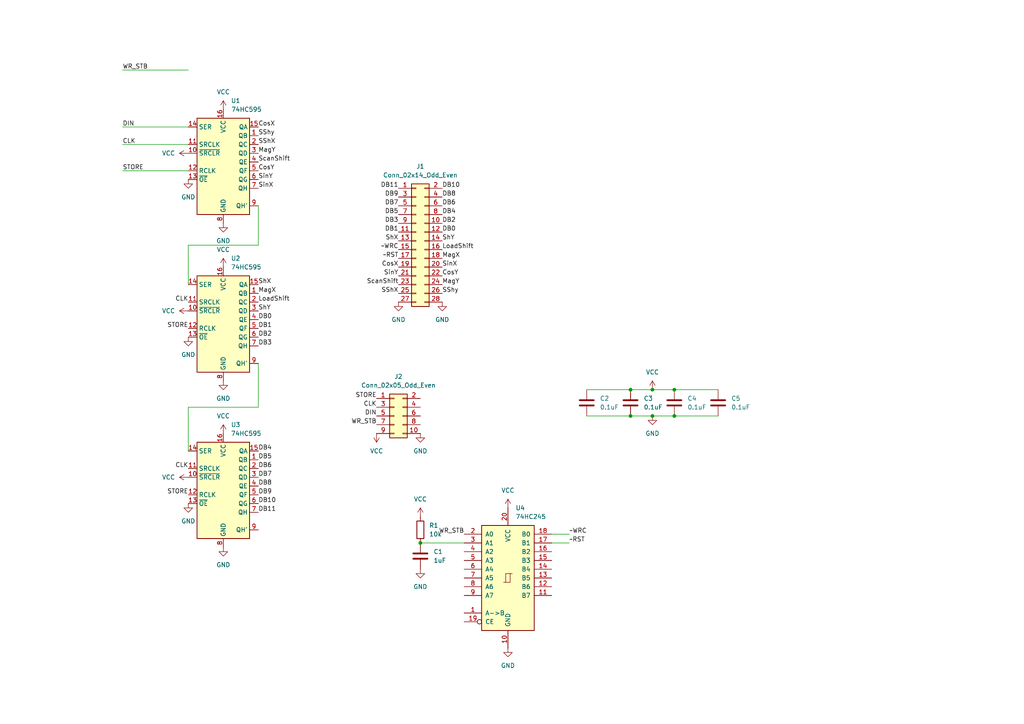
<source format=kicad_sch>
(kicad_sch (version 20231120) (generator "eeschema") (generator_version "8.0")
  (paper "A4")
  (lib_symbols
    (symbol "74xx:74HC245" (pin_names (offset 1.016))
      (property "Reference" "U" (at -7.62 16.51 0))
      (property "Value" "74HC245" (at -7.62 -16.51 0))
      (symbol "74HC245_1_0"
        (polyline (pts (xy -0.635 -1.27) (xy -0.635 1.27) (xy 0.635 1.27)))
        (polyline (pts (xy -1.27 -1.27) (xy 0.635 -1.27) (xy 0.635 1.27) (xy 1.27 1.27)))
        (pin input line (at -12.7 -10.16 0) (length 5.08) (name "A->B") (number "1"))
        (pin power_in line (at 0 -20.32 90) (length 5.08) (name "GND") (number "10"))
        (pin tri_state line (at 12.7 -5.08 180) (length 5.08) (name "B7") (number "11"))
        (pin tri_state line (at 12.7 -2.54 180) (length 5.08) (name "B6") (number "12"))
        (pin tri_state line (at 12.7 0 180) (length 5.08) (name "B5") (number "13"))
        (pin tri_state line (at 12.7 2.54 180) (length 5.08) (name "B4") (number "14"))
        (pin tri_state line (at 12.7 5.08 180) (length 5.08) (name "B3") (number "15"))
        (pin tri_state line (at 12.7 7.62 180) (length 5.08) (name "B2") (number "16"))
        (pin tri_state line (at 12.7 10.16 180) (length 5.08) (name "B1") (number "17"))
        (pin tri_state line (at 12.7 12.7 180) (length 5.08) (name "B0") (number "18"))
        (pin input inverted (at -12.7 -12.7 0) (length 5.08) (name "CE") (number "19"))
        (pin tri_state line (at -12.7 12.7 0) (length 5.08) (name "A0") (number "2"))
        (pin power_in line (at 0 20.32 270) (length 5.08) (name "VCC") (number "20"))
        (pin tri_state line (at -12.7 10.16 0) (length 5.08) (name "A1") (number "3"))
        (pin tri_state line (at -12.7 7.62 0) (length 5.08) (name "A2") (number "4"))
        (pin tri_state line (at -12.7 5.08 0) (length 5.08) (name "A3") (number "5"))
        (pin tri_state line (at -12.7 2.54 0) (length 5.08) (name "A4") (number "6"))
        (pin tri_state line (at -12.7 0 0) (length 5.08) (name "A5") (number "7"))
        (pin tri_state line (at -12.7 -2.54 0) (length 5.08) (name "A6") (number "8"))
        (pin tri_state line (at -12.7 -5.08 0) (length 5.08) (name "A7") (number "9"))
      )
      (symbol "74HC245_1_1"
        (rectangle (start -7.62 15.24) (end 7.62 -15.24) (stroke (width 0.254)) (fill (type background)))
      )
    )
    (symbol "74xx:74HC595"
      (property "Reference" "U" (at -7.62 13.97 0))
      (property "Value" "74HC595" (at -7.62 -16.51 0))
      (symbol "74HC595_1_0"
        (pin tri_state line (at 10.16 7.62 180) (length 2.54) (name "QB") (number "1"))
        (pin input line (at -10.16 2.54 0) (length 2.54) (name "~{SRCLR}") (number "10"))
        (pin input line (at -10.16 5.08 0) (length 2.54) (name "SRCLK") (number "11"))
        (pin input line (at -10.16 -2.54 0) (length 2.54) (name "RCLK") (number "12"))
        (pin input line (at -10.16 -5.08 0) (length 2.54) (name "~{OE}") (number "13"))
        (pin input line (at -10.16 10.16 0) (length 2.54) (name "SER") (number "14"))
        (pin tri_state line (at 10.16 10.16 180) (length 2.54) (name "QA") (number "15"))
        (pin power_in line (at 0 15.24 270) (length 2.54) (name "VCC") (number "16"))
        (pin tri_state line (at 10.16 5.08 180) (length 2.54) (name "QC") (number "2"))
        (pin tri_state line (at 10.16 2.54 180) (length 2.54) (name "QD") (number "3"))
        (pin tri_state line (at 10.16 0 180) (length 2.54) (name "QE") (number "4"))
        (pin tri_state line (at 10.16 -2.54 180) (length 2.54) (name "QF") (number "5"))
        (pin tri_state line (at 10.16 -5.08 180) (length 2.54) (name "QG") (number "6"))
        (pin tri_state line (at 10.16 -7.62 180) (length 2.54) (name "QH") (number "7"))
        (pin power_in line (at 0 -17.78 90) (length 2.54) (name "GND") (number "8"))
        (pin output line (at 10.16 -12.7 180) (length 2.54) (name "QH'") (number "9"))
      )
      (symbol "74HC595_1_1"
        (rectangle (start -7.62 12.7) (end 7.62 -15.24) (stroke (width 0.254)) (fill (type background)))
      )
    )
    (symbol "Connector_Generic:Conn_02x05_Odd_Even" (pin_names (offset 1.016) hide)
      (property "Reference" "J" (at 1.27 7.62 0))
      (property "Value" "Conn_02x05_Odd_Even" (at 1.27 -7.62 0))
      (symbol "Conn_02x05_Odd_Even_1_1"
        (rectangle (start -1.27 -4.953) (end 0 -5.207) (stroke (width 0.1524)))
        (rectangle (start -1.27 -2.413) (end 0 -2.667) (stroke (width 0.1524)))
        (rectangle (start -1.27 0.127) (end 0 -0.127) (stroke (width 0.1524)))
        (rectangle (start -1.27 2.667) (end 0 2.413) (stroke (width 0.1524)))
        (rectangle (start -1.27 5.207) (end 0 4.953) (stroke (width 0.1524)))
        (rectangle (start -1.27 6.35) (end 3.81 -6.35) (stroke (width 0.254)) (fill (type background)))
        (rectangle (start 3.81 -4.953) (end 2.54 -5.207) (stroke (width 0.1524)))
        (rectangle (start 3.81 -2.413) (end 2.54 -2.667) (stroke (width 0.1524)))
        (rectangle (start 3.81 0.127) (end 2.54 -0.127) (stroke (width 0.1524)))
        (rectangle (start 3.81 2.667) (end 2.54 2.413) (stroke (width 0.1524)))
        (rectangle (start 3.81 5.207) (end 2.54 4.953) (stroke (width 0.1524)))
        (pin passive line (at -5.08 5.08 0) (length 3.81) (name "Pin_1") (number "1"))
        (pin passive line (at 7.62 -5.08 180) (length 3.81) (name "Pin_10") (number "10"))
        (pin passive line (at 7.62 5.08 180) (length 3.81) (name "Pin_2") (number "2"))
        (pin passive line (at -5.08 2.54 0) (length 3.81) (name "Pin_3") (number "3"))
        (pin passive line (at 7.62 2.54 180) (length 3.81) (name "Pin_4") (number "4"))
        (pin passive line (at -5.08 0 0) (length 3.81) (name "Pin_5") (number "5"))
        (pin passive line (at 7.62 0 180) (length 3.81) (name "Pin_6") (number "6"))
        (pin passive line (at -5.08 -2.54 0) (length 3.81) (name "Pin_7") (number "7"))
        (pin passive line (at 7.62 -2.54 180) (length 3.81) (name "Pin_8") (number "8"))
        (pin passive line (at -5.08 -5.08 0) (length 3.81) (name "Pin_9") (number "9"))
      )
    )
    (symbol "Connector_Generic:Conn_02x14_Odd_Even" (pin_names (offset 1.016) hide)
      (property "Reference" "J" (at 1.27 17.78 0))
      (property "Value" "Conn_02x14_Odd_Even" (at 1.27 -20.32 0))
      (symbol "Conn_02x14_Odd_Even_1_1"
        (rectangle (start -1.27 -17.653) (end 0 -17.907) (stroke (width 0.1524)))
        (rectangle (start -1.27 -15.113) (end 0 -15.367) (stroke (width 0.1524)))
        (rectangle (start -1.27 -12.573) (end 0 -12.827) (stroke (width 0.1524)))
        (rectangle (start -1.27 -10.033) (end 0 -10.287) (stroke (width 0.1524)))
        (rectangle (start -1.27 -7.493) (end 0 -7.747) (stroke (width 0.1524)))
        (rectangle (start -1.27 -4.953) (end 0 -5.207) (stroke (width 0.1524)))
        (rectangle (start -1.27 -2.413) (end 0 -2.667) (stroke (width 0.1524)))
        (rectangle (start -1.27 0.127) (end 0 -0.127) (stroke (width 0.1524)))
        (rectangle (start -1.27 2.667) (end 0 2.413) (stroke (width 0.1524)))
        (rectangle (start -1.27 5.207) (end 0 4.953) (stroke (width 0.1524)))
        (rectangle (start -1.27 7.747) (end 0 7.493) (stroke (width 0.1524)))
        (rectangle (start -1.27 10.287) (end 0 10.033) (stroke (width 0.1524)))
        (rectangle (start -1.27 12.827) (end 0 12.573) (stroke (width 0.1524)))
        (rectangle (start -1.27 15.367) (end 0 15.113) (stroke (width 0.1524)))
        (rectangle (start -1.27 16.51) (end 3.81 -19.05) (stroke (width 0.254)) (fill (type background)))
        (rectangle (start 3.81 -17.653) (end 2.54 -17.907) (stroke (width 0.1524)))
        (rectangle (start 3.81 -15.113) (end 2.54 -15.367) (stroke (width 0.1524)))
        (rectangle (start 3.81 -12.573) (end 2.54 -12.827) (stroke (width 0.1524)))
        (rectangle (start 3.81 -10.033) (end 2.54 -10.287) (stroke (width 0.1524)))
        (rectangle (start 3.81 -7.493) (end 2.54 -7.747) (stroke (width 0.1524)))
        (rectangle (start 3.81 -4.953) (end 2.54 -5.207) (stroke (width 0.1524)))
        (rectangle (start 3.81 -2.413) (end 2.54 -2.667) (stroke (width 0.1524)))
        (rectangle (start 3.81 0.127) (end 2.54 -0.127) (stroke (width 0.1524)))
        (rectangle (start 3.81 2.667) (end 2.54 2.413) (stroke (width 0.1524)))
        (rectangle (start 3.81 5.207) (end 2.54 4.953) (stroke (width 0.1524)))
        (rectangle (start 3.81 7.747) (end 2.54 7.493) (stroke (width 0.1524)))
        (rectangle (start 3.81 10.287) (end 2.54 10.033) (stroke (width 0.1524)))
        (rectangle (start 3.81 12.827) (end 2.54 12.573) (stroke (width 0.1524)))
        (rectangle (start 3.81 15.367) (end 2.54 15.113) (stroke (width 0.1524)))
        (pin passive line (at -5.08 15.24 0) (length 3.81) (name "Pin_1") (number "1"))
        (pin passive line (at 7.62 5.08 180) (length 3.81) (name "Pin_10") (number "10"))
        (pin passive line (at -5.08 2.54 0) (length 3.81) (name "Pin_11") (number "11"))
        (pin passive line (at 7.62 2.54 180) (length 3.81) (name "Pin_12") (number "12"))
        (pin passive line (at -5.08 0 0) (length 3.81) (name "Pin_13") (number "13"))
        (pin passive line (at 7.62 0 180) (length 3.81) (name "Pin_14") (number "14"))
        (pin passive line (at -5.08 -2.54 0) (length 3.81) (name "Pin_15") (number "15"))
        (pin passive line (at 7.62 -2.54 180) (length 3.81) (name "Pin_16") (number "16"))
        (pin passive line (at -5.08 -5.08 0) (length 3.81) (name "Pin_17") (number "17"))
        (pin passive line (at 7.62 -5.08 180) (length 3.81) (name "Pin_18") (number "18"))
        (pin passive line (at -5.08 -7.62 0) (length 3.81) (name "Pin_19") (number "19"))
        (pin passive line (at 7.62 15.24 180) (length 3.81) (name "Pin_2") (number "2"))
        (pin passive line (at 7.62 -7.62 180) (length 3.81) (name "Pin_20") (number "20"))
        (pin passive line (at -5.08 -10.16 0) (length 3.81) (name "Pin_21") (number "21"))
        (pin passive line (at 7.62 -10.16 180) (length 3.81) (name "Pin_22") (number "22"))
        (pin passive line (at -5.08 -12.7 0) (length 3.81) (name "Pin_23") (number "23"))
        (pin passive line (at 7.62 -12.7 180) (length 3.81) (name "Pin_24") (number "24"))
        (pin passive line (at -5.08 -15.24 0) (length 3.81) (name "Pin_25") (number "25"))
        (pin passive line (at 7.62 -15.24 180) (length 3.81) (name "Pin_26") (number "26"))
        (pin passive line (at -5.08 -17.78 0) (length 3.81) (name "Pin_27") (number "27"))
        (pin passive line (at 7.62 -17.78 180) (length 3.81) (name "Pin_28") (number "28"))
        (pin passive line (at -5.08 12.7 0) (length 3.81) (name "Pin_3") (number "3"))
        (pin passive line (at 7.62 12.7 180) (length 3.81) (name "Pin_4") (number "4"))
        (pin passive line (at -5.08 10.16 0) (length 3.81) (name "Pin_5") (number "5"))
        (pin passive line (at 7.62 10.16 180) (length 3.81) (name "Pin_6") (number "6"))
        (pin passive line (at -5.08 7.62 0) (length 3.81) (name "Pin_7") (number "7"))
        (pin passive line (at 7.62 7.62 180) (length 3.81) (name "Pin_8") (number "8"))
        (pin passive line (at -5.08 5.08 0) (length 3.81) (name "Pin_9") (number "9"))
      )
    )
    (symbol "Device:C" (pin_numbers hide) (pin_names (offset 0.254))
      (property "Reference" "C" (at 0.635 2.54 0))
      (property "Value" "C" (at 0.635 -2.54 0))
      (symbol "C_0_1"
        (polyline (pts (xy -2.032 -0.762) (xy 2.032 -0.762)) (stroke (width 0.508)))
        (polyline (pts (xy -2.032 0.762) (xy 2.032 0.762)) (stroke (width 0.508)))
      )
      (symbol "C_1_1"
        (pin passive line (at 0 3.81 270) (length 2.794) (name "~") (number "1"))
        (pin passive line (at 0 -3.81 90) (length 2.794) (name "~") (number "2"))
      )
    )
    (symbol "Device:R" (pin_numbers hide) (pin_names (offset 0))
      (property "Reference" "R" (at 2.032 0 90))
      (property "Value" "R" (at 0 0 90))
      (symbol "R_0_1"
        (rectangle (start -1.016 -2.54) (end 1.016 2.54) (stroke (width 0.254)))
      )
      (symbol "R_1_1"
        (pin passive line (at 0 3.81 270) (length 1.27) (name "~") (number "1"))
        (pin passive line (at 0 -3.81 90) (length 1.27) (name "~") (number "2"))
      )
    )
    (symbol "power:GND" (power) (pin_numbers hide) (pin_names (offset 0) hide)
      (property "Value" "GND" (at 0 -3.81 0))
      (symbol "GND_0_1"
        (polyline (pts (xy 0 0) (xy 0 -1.27) (xy 1.27 -1.27) (xy 0 -2.54) (xy -1.27 -1.27) (xy 0 -1.27)))
      )
      (symbol "GND_1_1"
        (pin power_in line (at 0 0 270) (length 0) (name "~") (number "1"))
      )
    )
    (symbol "power:VCC" (power) (pin_numbers hide) (pin_names (offset 0) hide)
      (property "Value" "VCC" (at 0 3.556 0))
      (symbol "VCC_0_1"
        (polyline (pts (xy -0.762 1.27) (xy 0 2.54)))
        (polyline (pts (xy 0 0) (xy 0 2.54)))
        (polyline (pts (xy 0 2.54) (xy 0.762 1.27)))
      )
      (symbol "VCC_1_1"
        (pin power_in line (at 0 0 90) (length 0) (name "~") (number "1"))
      )
    )
  )
  (junction (at 182.88 120.65))
  (junction (at 195.58 113.03))
  (junction (at 189.23 113.03))
  (junction (at 195.58 120.65))
  (junction (at 189.23 120.65))
  (junction (at 121.92 157.48))
  (junction (at 182.88 113.03))
  (wire (pts (xy 74.93 118.11) (xy 54.61 118.11)))
  (wire (pts (xy 54.61 118.11) (xy 54.61 130.81)))
  (wire (pts (xy 160.02 154.94) (xy 165.1 154.94)))
  (wire (pts (xy 189.23 113.03) (xy 195.58 113.03)))
  (wire (pts (xy 74.93 105.41) (xy 74.93 118.11)))
  (wire (pts (xy 195.58 120.65) (xy 208.28 120.65)))
  (wire (pts (xy 54.61 71.12) (xy 54.61 82.55)))
  (wire (pts (xy 35.56 20.32) (xy 54.61 20.32)))
  (wire (pts (xy 35.56 49.53) (xy 54.61 49.53)))
  (wire (pts (xy 170.18 120.65) (xy 182.88 120.65)))
  (wire (pts (xy 35.56 36.83) (xy 54.61 36.83)))
  (wire (pts (xy 74.93 71.12) (xy 54.61 71.12)))
  (wire (pts (xy 182.88 113.03) (xy 189.23 113.03)))
  (wire (pts (xy 160.02 157.48) (xy 165.1 157.48)))
  (wire (pts (xy 35.56 41.91) (xy 54.61 41.91)))
  (wire (pts (xy 182.88 120.65) (xy 189.23 120.65)))
  (wire (pts (xy 195.58 113.03) (xy 208.28 113.03)))
  (wire (pts (xy 121.92 157.48) (xy 134.62 157.48)))
  (wire (pts (xy 74.93 59.69) (xy 74.93 71.12)))
  (wire (pts (xy 170.18 113.03) (xy 182.88 113.03)))
  (wire (pts (xy 189.23 120.65) (xy 195.58 120.65)))
  (label "DB3" (at 115.57 64.77 180))
  (label "STORE" (at 35.56 49.53 0))
  (label "DB10" (at 128.27 54.61 0))
  (label "DB3" (at 74.93 100.33 0))
  (label "DIN" (at 109.22 120.65 180))
  (label "CLK" (at 54.61 87.63 180))
  (label "MagY" (at 128.27 82.55 0))
  (label "LoadShift" (at 128.27 72.39 0))
  (label "CosX" (at 74.93 36.83 0))
  (label "SShX" (at 115.57 85.09 180))
  (label "~RST" (at 115.57 74.93 180))
  (label "SShy" (at 74.93 39.37 0))
  (label "STORE" (at 54.61 95.25 180))
  (label "DB5" (at 115.57 62.23 180))
  (label "DB4" (at 128.27 62.23 0))
  (label "~WRC" (at 115.57 72.39 180))
  (label "CosX" (at 115.57 77.47 180))
  (label "SinY" (at 115.57 80.01 180))
  (label "DB1" (at 74.93 95.25 0))
  (label "WR_STB" (at 35.56 20.32 0))
  (label "DB0" (at 74.93 92.71 0))
  (label "WR_STB" (at 109.22 123.19 180))
  (label "~RST" (at 165.1 157.48 0))
  (label "CLK" (at 54.61 135.89 180))
  (label "CosY" (at 74.93 49.53 0))
  (label "DB4" (at 74.93 130.81 0))
  (label "DB10" (at 74.93 146.05 0))
  (label "SinX" (at 128.27 77.47 0))
  (label "DB11" (at 115.57 54.61 180))
  (label "ScanShift" (at 115.57 82.55 180))
  (label "CLK" (at 109.22 118.11 180))
  (label "DB2" (at 74.93 97.79 0))
  (label "SShy" (at 128.27 85.09 0))
  (label "STORE" (at 109.22 115.57 180))
  (label "DIN" (at 35.56 36.83 0))
  (label "DB9" (at 74.93 143.51 0))
  (label "DB8" (at 74.93 140.97 0))
  (label "ShX" (at 74.93 82.55 0))
  (label "SShX" (at 74.93 41.91 0))
  (label "DB11" (at 74.93 148.59 0))
  (label "MagY" (at 74.93 44.45 0))
  (label "ShX" (at 115.57 69.85 180))
  (label "MagX" (at 74.93 85.09 0))
  (label "SinY" (at 74.93 52.07 0))
  (label "CLK" (at 35.56 41.91 0))
  (label "DB7" (at 74.93 138.43 0))
  (label "STORE" (at 54.61 143.51 180))
  (label "DB6" (at 128.27 59.69 0))
  (label "MagX" (at 128.27 74.93 0))
  (label "ShY" (at 74.93 90.17 0))
  (label "ScanShift" (at 74.93 46.99 0))
  (label "DB0" (at 128.27 67.31 0))
  (label "DB8" (at 128.27 57.15 0))
  (label "WR_STB" (at 134.62 154.94 180))
  (label "LoadShift" (at 74.93 87.63 0))
  (label "~WRC" (at 165.1 154.94 0))
  (label "SinX" (at 74.93 54.61 0))
  (label "CosY" (at 128.27 80.01 0))
  (label "DB5" (at 74.93 133.35 0))
  (label "DB9" (at 115.57 57.15 180))
  (label "DB6" (at 74.93 135.89 0))
  (label "DB7" (at 115.57 59.69 180))
  (label "ShY" (at 128.27 69.85 0))
  (label "DB1" (at 115.57 67.31 180))
  (label "DB2" (at 128.27 64.77 0))
  (symbol (lib_id "Device:C") (at 121.92 161.29 0) (unit 1)
    (property "Reference" "C1" (at 125.73 160.0199 0) (effects (justify left)))
    (property "Value" "1uF" (at 125.73 162.5599 0) (effects (justify left)))
    (property "Footprint" "Capacitor_SMD:C_0805_2012Metric" (effects (hide yes)))
    (property "Description" "Unpolarized capacitor" (effects (hide yes)))
  )
  (symbol (lib_id "74xx:74HC595") (at 64.77 140.97 0) (unit 1)
    (property "Reference" "U3" (at 66.9641 123.19 0) (effects (justify left)))
    (property "Value" "74HC595" (at 66.9641 125.73 0) (effects (justify left)))
    (property "Footprint" "Package_SO:SOIC-16_3.9x9.9mm_P1.27mm" (effects (hide yes)))
    (property "Datasheet" "http://www.ti.com/lit/ds/symlink/sn74hc595.pdf" (effects (hide yes)))
    (property "Description" "8-bit serial in/out Shift Register 3-State Outputs" (effects (hide yes)))
  )
  (symbol (lib_id "power:VCC") (at 109.22 125.73 180) (unit 1)
    (property "Reference" "#PWR022" (effects (hide yes)))
    (property "Value" "VCC" (at 109.22 130.81 0))
    (property "Description" "Power symbol creates a global label with name \"VCC\"" (effects (hide yes)))
  )
  (symbol (lib_id "power:GND") (at 54.61 97.79 0) (unit 1)
    (property "Reference" "#PWR010" (effects (hide yes)))
    (property "Value" "GND" (at 54.61 102.87 0))
    (property "Description" "Power symbol creates a global label with name \"GND\" , ground" (effects (hide yes)))
  )
  (symbol (lib_id "power:VCC") (at 64.77 125.73 0) (unit 1)
    (property "Reference" "#PWR09" (effects (hide yes)))
    (property "Value" "VCC" (at 64.77 120.65 0))
    (property "Description" "Power symbol creates a global label with name \"VCC\"" (effects (hide yes)))
  )
  (symbol (lib_id "power:GND") (at 64.77 158.75 0) (unit 1)
    (property "Reference" "#PWR03" (effects (hide yes)))
    (property "Value" "GND" (at 64.77 163.83 0))
    (property "Description" "Power symbol creates a global label with name \"GND\" , ground" (effects (hide yes)))
  )
  (symbol (lib_id "power:GND") (at 189.23 120.65 0) (unit 1)
    (property "Reference" "#PWR020" (effects (hide yes)))
    (property "Value" "GND" (at 189.23 125.73 0))
    (property "Description" "Power symbol creates a global label with name \"GND\" , ground" (effects (hide yes)))
  )
  (symbol (lib_id "power:VCC") (at 64.77 77.47 0) (unit 1)
    (property "Reference" "#PWR07" (effects (hide yes)))
    (property "Value" "VCC" (at 64.77 72.39 0))
    (property "Description" "Power symbol creates a global label with name \"VCC\"" (effects (hide yes)))
  )
  (symbol (lib_id "power:GND") (at 54.61 52.07 0) (unit 1)
    (property "Reference" "#PWR011" (effects (hide yes)))
    (property "Value" "GND" (at 54.61 57.15 0))
    (property "Description" "Power symbol creates a global label with name \"GND\" , ground" (effects (hide yes)))
  )
  (symbol (lib_id "power:GND") (at 121.92 125.73 0) (unit 1)
    (property "Reference" "#PWR021" (effects (hide yes)))
    (property "Value" "GND" (at 121.92 130.81 0))
    (property "Description" "Power symbol creates a global label with name \"GND\" , ground" (effects (hide yes)))
  )
  (symbol (lib_id "power:GND") (at 115.57 87.63 0) (unit 1)
    (property "Reference" "#PWR013" (effects (hide yes)))
    (property "Value" "GND" (at 115.57 92.71 0))
    (property "Description" "Power symbol creates a global label with name \"GND\" , ground" (effects (hide yes)))
  )
  (symbol (lib_id "Connector_Generic:Conn_02x05_Odd_Even") (at 114.3 120.65 0) (unit 1)
    (property "Reference" "J2" (at 115.57 109.22 0))
    (property "Value" "Conn_02x05_Odd_Even" (at 115.57 111.76 0))
    (property "Footprint" "Connector_PinHeader_2.54mm:PinHeader_2x05_P2.54mm_Vertical" (effects (hide yes)))
    (property "Description" "Generic connector, double row, 02x05, odd/even pin numbering scheme (row 1 odd numbers, row 2 even numbers), script generated (kicad-library-utils/schlib/autogen/connector/)" (effects (hide yes)))
  )
  (symbol (lib_id "power:VCC") (at 64.77 31.75 0) (unit 1)
    (property "Reference" "#PWR04" (effects (hide yes)))
    (property "Value" "VCC" (at 64.77 26.67 0))
    (property "Description" "Power symbol creates a global label with name \"VCC\"" (effects (hide yes)))
  )
  (symbol (lib_id "power:VCC") (at 54.61 90.17 90) (unit 1)
    (property "Reference" "#PWR06" (effects (hide yes)))
    (property "Value" "VCC" (at 50.8 90.1699 90) (effects (justify left)))
    (property "Description" "Power symbol creates a global label with name \"VCC\"" (effects (hide yes)))
  )
  (symbol (lib_id "power:GND") (at 64.77 110.49 0) (unit 1)
    (property "Reference" "#PWR02" (effects (hide yes)))
    (property "Value" "GND" (at 64.77 115.57 0))
    (property "Description" "Power symbol creates a global label with name \"GND\" , ground" (effects (hide yes)))
  )
  (symbol (lib_id "power:GND") (at 54.61 146.05 0) (unit 1)
    (property "Reference" "#PWR012" (effects (hide yes)))
    (property "Value" "GND" (at 54.61 151.13 0))
    (property "Description" "Power symbol creates a global label with name \"GND\" , ground" (effects (hide yes)))
  )
  (symbol (lib_id "power:VCC") (at 54.61 138.43 90) (unit 1)
    (property "Reference" "#PWR08" (effects (hide yes)))
    (property "Value" "VCC" (at 50.8 138.4299 90) (effects (justify left)))
    (property "Description" "Power symbol creates a global label with name \"VCC\"" (effects (hide yes)))
  )
  (symbol (lib_id "Device:C") (at 195.58 116.84 0) (unit 1)
    (property "Reference" "C4" (at 199.39 115.5699 0) (effects (justify left)))
    (property "Value" "0.1uF" (at 199.39 118.1099 0) (effects (justify left)))
    (property "Footprint" "Capacitor_SMD:C_0603_1608Metric" (effects (hide yes)))
    (property "Description" "Unpolarized capacitor" (effects (hide yes)))
  )
  (symbol (lib_id "74xx:74HC595") (at 64.77 46.99 0) (unit 1)
    (property "Reference" "U1" (at 66.9641 29.21 0) (effects (justify left)))
    (property "Value" "74HC595" (at 67.056 31.75 0) (effects (justify left)))
    (property "Footprint" "Package_SO:SOIC-16_3.9x9.9mm_P1.27mm" (effects (hide yes)))
    (property "Datasheet" "http://www.ti.com/lit/ds/symlink/sn74hc595.pdf" (effects (hide yes)))
    (property "Description" "8-bit serial in/out Shift Register 3-State Outputs" (effects (hide yes)))
  )
  (symbol (lib_id "power:VCC") (at 189.23 113.03 0) (unit 1)
    (property "Reference" "#PWR019" (effects (hide yes)))
    (property "Value" "VCC" (at 189.23 107.95 0))
    (property "Description" "Power symbol creates a global label with name \"VCC\"" (effects (hide yes)))
  )
  (symbol (lib_id "74xx:74HC245") (at 147.32 167.64 0) (unit 1)
    (property "Reference" "U4" (at 149.5141 147.32 0) (effects (justify left)))
    (property "Value" "74HC245" (at 149.5141 149.86 0) (effects (justify left)))
    (property "Footprint" "Package_SO:TSSOP-20_4.4x6.5mm_P0.65mm" (effects (hide yes)))
    (property "Datasheet" "http://www.ti.com/lit/gpn/sn74HC245" (effects (hide yes)))
    (property "Description" "Octal BUS Transceivers, 3-State outputs" (effects (hide yes)))
  )
  (symbol (lib_id "power:GND") (at 128.27 87.63 0) (unit 1)
    (property "Reference" "#PWR014" (effects (hide yes)))
    (property "Value" "GND" (at 128.27 92.71 0))
    (property "Description" "Power symbol creates a global label with name \"GND\" , ground" (effects (hide yes)))
  )
  (symbol (lib_id "power:VCC") (at 121.92 149.86 0) (unit 1)
    (property "Reference" "#PWR017" (effects (hide yes)))
    (property "Value" "VCC" (at 121.92 144.78 0))
    (property "Description" "Power symbol creates a global label with name \"VCC\"" (effects (hide yes)))
  )
  (symbol (lib_id "power:GND") (at 121.92 165.1 0) (unit 1)
    (property "Reference" "#PWR018" (effects (hide yes)))
    (property "Value" "GND" (at 121.92 170.18 0))
    (property "Description" "Power symbol creates a global label with name \"GND\" , ground" (effects (hide yes)))
  )
  (symbol (lib_id "power:VCC") (at 147.32 147.32 0) (unit 1)
    (property "Reference" "#PWR015" (effects (hide yes)))
    (property "Value" "VCC" (at 147.32 142.24 0))
    (property "Description" "Power symbol creates a global label with name \"VCC\"" (effects (hide yes)))
  )
  (symbol (lib_id "power:GND") (at 64.77 64.77 0) (unit 1)
    (property "Reference" "#PWR01" (effects (hide yes)))
    (property "Value" "GND" (at 64.77 69.85 0))
    (property "Description" "Power symbol creates a global label with name \"GND\" , ground" (effects (hide yes)))
  )
  (symbol (lib_id "power:GND") (at 147.32 187.96 0) (unit 1)
    (property "Reference" "#PWR016" (effects (hide yes)))
    (property "Value" "GND" (at 147.32 193.04 0))
    (property "Description" "Power symbol creates a global label with name \"GND\" , ground" (effects (hide yes)))
  )
  (symbol (lib_id "Device:C") (at 170.18 116.84 0) (unit 1)
    (property "Reference" "C2" (at 173.99 115.5699 0) (effects (justify left)))
    (property "Value" "0.1uF" (at 173.99 118.1099 0) (effects (justify left)))
    (property "Footprint" "Capacitor_SMD:C_0603_1608Metric" (effects (hide yes)))
    (property "Description" "Unpolarized capacitor" (effects (hide yes)))
  )
  (symbol (lib_id "Connector_Generic:Conn_02x14_Odd_Even") (at 120.65 69.85 0) (unit 1)
    (property "Reference" "J1" (at 121.92 48.26 0))
    (property "Value" "Conn_02x14_Odd_Even" (at 121.92 50.8 0))
    (property "Footprint" "Connector_PinSocket_2.00mm:PinSocket_2x14_P2.00mm_Vertical" (effects (hide yes)))
    (property "Description" "Generic connector, double row, 02x14, odd/even pin numbering scheme (row 1 odd numbers, row 2 even numbers), script generated (kicad-library-utils/schlib/autogen/connector/)" (effects (hide yes)))
  )
  (symbol (lib_id "74xx:74HC595") (at 64.77 92.71 0) (unit 1)
    (property "Reference" "U2" (at 66.9641 74.93 0) (effects (justify left)))
    (property "Value" "74HC595" (at 66.9641 77.47 0) (effects (justify left)))
    (property "Footprint" "Package_SO:SOIC-16_3.9x9.9mm_P1.27mm" (effects (hide yes)))
    (property "Datasheet" "http://www.ti.com/lit/ds/symlink/sn74hc595.pdf" (effects (hide yes)))
    (property "Description" "8-bit serial in/out Shift Register 3-State Outputs" (effects (hide yes)))
  )
  (symbol (lib_id "Device:C") (at 208.28 116.84 0) (unit 1)
    (property "Reference" "C5" (at 212.09 115.5699 0) (effects (justify left)))
    (property "Value" "0.1uF" (at 212.09 118.1099 0) (effects (justify left)))
    (property "Footprint" "Capacitor_SMD:C_0603_1608Metric" (effects (hide yes)))
    (property "Description" "Unpolarized capacitor" (effects (hide yes)))
  )
  (symbol (lib_id "Device:R") (at 121.92 153.67 0) (unit 1)
    (property "Reference" "R1" (at 124.46 152.3999 0) (effects (justify left)))
    (property "Value" "10k" (at 124.46 154.9399 0) (effects (justify left)))
    (property "Footprint" "Resistor_SMD:R_0603_1608Metric" (effects (hide yes)))
    (property "Description" "Resistor" (effects (hide yes)))
  )
  (symbol (lib_id "power:VCC") (at 54.61 44.45 90) (unit 1)
    (property "Reference" "#PWR05" (effects (hide yes)))
    (property "Value" "VCC" (at 50.8 44.4499 90) (effects (justify left)))
    (property "Description" "Power symbol creates a global label with name \"VCC\"" (effects (hide yes)))
  )
  (symbol (lib_id "Device:C") (at 182.88 116.84 0) (unit 1)
    (property "Reference" "C3" (at 186.69 115.5699 0) (effects (justify left)))
    (property "Value" "0.1uF" (at 186.69 118.1099 0) (effects (justify left)))
    (property "Footprint" "Capacitor_SMD:C_0603_1608Metric" (effects (hide yes)))
    (property "Description" "Unpolarized capacitor" (effects (hide yes)))
  )
)
</source>
